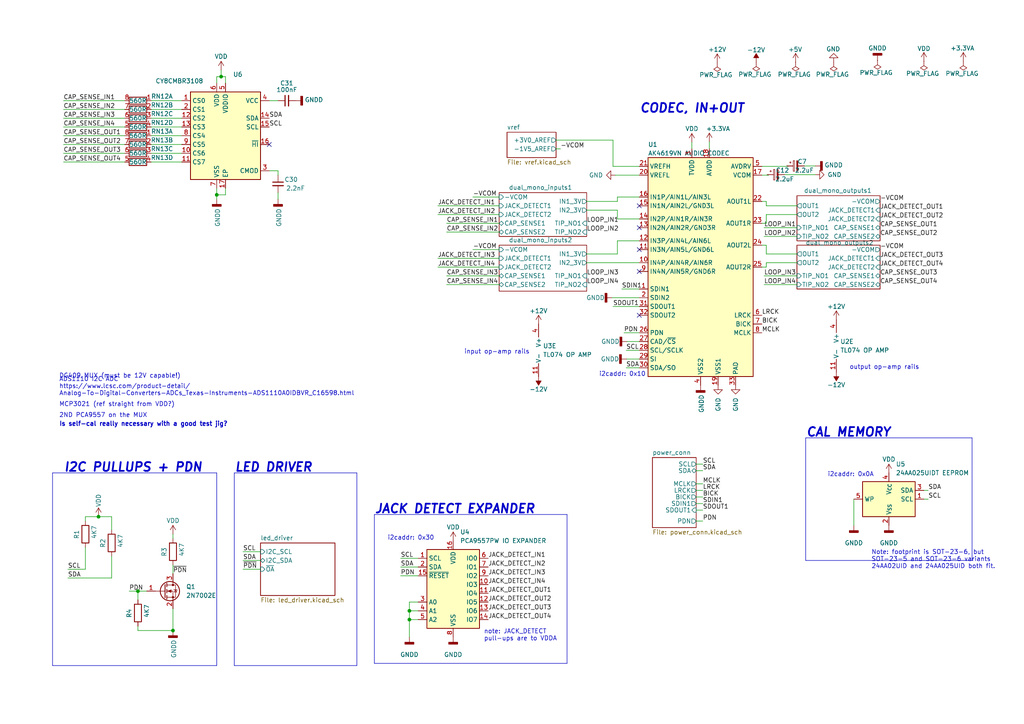
<source format=kicad_sch>
(kicad_sch (version 20230121) (generator eeschema)
  (paper "A4")
  (lib_symbols
    (symbol "Amplifier_Operational:TL074" (pin_names (offset 0.127))
      (property "Reference" "U" (at 0 5.08 0))
      (property "Value" "TL074" (at 0 -5.08 0))
      (symbol "TL074_1_1"
        (polyline (pts (xy -5.08 5.08) (xy 5.08 0) (xy -5.08 -5.08) (xy -5.08 5.08)) (stroke (width 0.254)) (fill (type background)))
        (pin output line (at 7.62 0 180) (length 2.54) (name "~") (number "1"))
        (pin input line (at -7.62 -2.54 0) (length 2.54) (name "-") (number "2"))
        (pin input line (at -7.62 2.54 0) (length 2.54) (name "+") (number "3"))
      )
      (symbol "TL074_2_1"
        (polyline (pts (xy -5.08 5.08) (xy 5.08 0) (xy -5.08 -5.08) (xy -5.08 5.08)) (stroke (width 0.254)) (fill (type background)))
        (pin input line (at -7.62 2.54 0) (length 2.54) (name "+") (number "5"))
        (pin input line (at -7.62 -2.54 0) (length 2.54) (name "-") (number "6"))
        (pin output line (at 7.62 0 180) (length 2.54) (name "~") (number "7"))
      )
      (symbol "TL074_3_1"
        (polyline (pts (xy -5.08 5.08) (xy 5.08 0) (xy -5.08 -5.08) (xy -5.08 5.08)) (stroke (width 0.254)) (fill (type background)))
        (pin input line (at -7.62 2.54 0) (length 2.54) (name "+") (number "10"))
        (pin output line (at 7.62 0 180) (length 2.54) (name "~") (number "8"))
        (pin input line (at -7.62 -2.54 0) (length 2.54) (name "-") (number "9"))
      )
      (symbol "TL074_4_1"
        (polyline (pts (xy -5.08 5.08) (xy 5.08 0) (xy -5.08 -5.08) (xy -5.08 5.08)) (stroke (width 0.254)) (fill (type background)))
        (pin input line (at -7.62 2.54 0) (length 2.54) (name "+") (number "12"))
        (pin input line (at -7.62 -2.54 0) (length 2.54) (name "-") (number "13"))
        (pin output line (at 7.62 0 180) (length 2.54) (name "~") (number "14"))
      )
      (symbol "TL074_5_1"
        (pin power_in line (at -2.54 -7.62 90) (length 3.81) (name "V-") (number "11"))
        (pin power_in line (at -2.54 7.62 270) (length 3.81) (name "V+") (number "4"))
      )
    )
    (symbol "Device:C_Polarized_Small" (pin_numbers hide) (pin_names (offset 0.254) hide)
      (property "Reference" "C" (at 0.254 1.778 0))
      (property "Value" "C_Polarized_Small" (at 0.254 -2.032 0))
      (symbol "C_Polarized_Small_0_1"
        (rectangle (start -1.524 -0.3048) (end 1.524 -0.6858) (fill (type outline)))
        (rectangle (start -1.524 0.6858) (end 1.524 0.3048))
        (polyline (pts (xy -1.27 1.524) (xy -0.762 1.524)))
        (polyline (pts (xy -1.016 1.27) (xy -1.016 1.778)))
      )
      (symbol "C_Polarized_Small_1_1"
        (pin passive line (at 0 2.54 270) (length 1.8542) (name "~") (number "1"))
        (pin passive line (at 0 -2.54 90) (length 1.8542) (name "~") (number "2"))
      )
    )
    (symbol "Device:C_Small" (pin_numbers hide) (pin_names (offset 0.254) hide)
      (property "Reference" "C" (at 0.254 1.778 0))
      (property "Value" "C_Small" (at 0.254 -2.032 0))
      (symbol "C_Small_0_1"
        (polyline (pts (xy -1.524 -0.508) (xy 1.524 -0.508)) (stroke (width 0.3302)))
        (polyline (pts (xy -1.524 0.508) (xy 1.524 0.508)) (stroke (width 0.3048)))
      )
      (symbol "C_Small_1_1"
        (pin passive line (at 0 2.54 270) (length 2.032) (name "~") (number "1"))
        (pin passive line (at 0 -2.54 90) (length 2.032) (name "~") (number "2"))
      )
    )
    (symbol "Device:R" (pin_numbers hide) (pin_names (offset 0))
      (property "Reference" "R" (at 2.032 0 90))
      (property "Value" "R" (at 0 0 90))
      (symbol "R_0_1"
        (rectangle (start -1.016 -2.54) (end 1.016 2.54) (stroke (width 0.254)))
      )
      (symbol "R_1_1"
        (pin passive line (at 0 3.81 270) (length 1.27) (name "~") (number "1"))
        (pin passive line (at 0 -3.81 90) (length 1.27) (name "~") (number "2"))
      )
    )
    (symbol "Device:R_Pack04_Split" (pin_names (offset 0) hide)
      (property "Reference" "RN" (at 2.032 0 90))
      (property "Value" "R_Pack04_Split" (at 0 0 90))
      (symbol "R_Pack04_Split_0_1"
        (rectangle (start 1.016 2.54) (end -1.016 -2.54) (stroke (width 0.254)))
      )
      (symbol "R_Pack04_Split_1_1"
        (pin passive line (at 0 -3.81 90) (length 1.27) (name "R1.1") (number "1"))
        (pin passive line (at 0 3.81 270) (length 1.27) (name "R1.2") (number "8"))
      )
      (symbol "R_Pack04_Split_2_1"
        (pin passive line (at 0 -3.81 90) (length 1.27) (name "R2.1") (number "2"))
        (pin passive line (at 0 3.81 270) (length 1.27) (name "R2.2") (number "7"))
      )
      (symbol "R_Pack04_Split_3_1"
        (pin passive line (at 0 -3.81 90) (length 1.27) (name "R3.1") (number "3"))
        (pin passive line (at 0 3.81 270) (length 1.27) (name "R3.2") (number "6"))
      )
      (symbol "R_Pack04_Split_4_1"
        (pin passive line (at 0 -3.81 90) (length 1.27) (name "R4.1") (number "4"))
        (pin passive line (at 0 3.81 270) (length 1.27) (name "R4.2") (number "5"))
      )
    )
    (symbol "Interface_Expansion:PCA9557PW"
      (property "Reference" "U" (at -7.62 11.43 0))
      (property "Value" "PCA9557PW" (at 2.54 11.43 0))
      (symbol "PCA9557PW_0_1"
        (rectangle (start -7.62 -12.7) (end 7.62 10.16) (stroke (width 0.254)) (fill (type background)))
      )
      (symbol "PCA9557PW_1_1"
        (pin input line (at -10.16 7.62 0) (length 2.54) (name "SCL") (number "1"))
        (pin bidirectional line (at 10.16 0 180) (length 2.54) (name "IO3") (number "10"))
        (pin bidirectional line (at 10.16 -2.54 180) (length 2.54) (name "IO4") (number "11"))
        (pin bidirectional line (at 10.16 -5.08 180) (length 2.54) (name "IO5") (number "12"))
        (pin bidirectional line (at 10.16 -7.62 180) (length 2.54) (name "IO6") (number "13"))
        (pin bidirectional line (at 10.16 -10.16 180) (length 2.54) (name "IO7") (number "14"))
        (pin input line (at -10.16 2.54 0) (length 2.54) (name "~{RESET}") (number "15"))
        (pin power_in line (at 0 12.7 270) (length 2.54) (name "VDD") (number "16"))
        (pin bidirectional line (at -10.16 5.08 0) (length 2.54) (name "SDA") (number "2"))
        (pin input line (at -10.16 -5.08 0) (length 2.54) (name "A0") (number "3"))
        (pin input line (at -10.16 -7.62 0) (length 2.54) (name "A1") (number "4"))
        (pin input line (at -10.16 -10.16 0) (length 2.54) (name "A2") (number "5"))
        (pin bidirectional line (at 10.16 7.62 180) (length 2.54) (name "IO0") (number "6"))
        (pin bidirectional line (at 10.16 5.08 180) (length 2.54) (name "IO1") (number "7"))
        (pin power_in line (at 0 -15.24 90) (length 2.54) (name "VSS") (number "8"))
        (pin bidirectional line (at 10.16 2.54 180) (length 2.54) (name "IO2") (number "9"))
      )
    )
    (symbol "Memory_EEPROM:24AA02-OT"
      (property "Reference" "U" (at -7.62 6.35 0))
      (property "Value" "24AA02-OT" (at 2.54 -6.35 0))
      (symbol "24AA02-OT_1_1"
        (rectangle (start -7.62 5.08) (end 7.62 -5.08) (stroke (width 0.254)) (fill (type background)))
        (pin input line (at 10.16 0 180) (length 2.54) (name "SCL") (number "1"))
        (pin power_in line (at 0 -7.62 90) (length 2.54) (name "V_{SS}") (number "2"))
        (pin bidirectional line (at 10.16 2.54 180) (length 2.54) (name "SDA") (number "3"))
        (pin power_in line (at 0 7.62 270) (length 2.54) (name "V_{CC}") (number "4"))
        (pin input line (at -10.16 0 0) (length 2.54) (name "WP") (number "5"))
      )
    )
    (symbol "Sensor_Touch:CY8CMBR3108"
      (property "Reference" "U" (at -10.16 13.97 0))
      (property "Value" "CY8CMBR3108" (at 1.27 13.97 0))
      (symbol "CY8CMBR3108_0_1"
        (rectangle (start -10.16 12.7) (end 10.16 -12.7) (stroke (width 0.254)) (fill (type background)))
      )
      (symbol "CY8CMBR3108_1_1"
        (pin passive line (at -12.7 10.16 0) (length 2.54) (name "CS0") (number "1"))
        (pin passive line (at -12.7 -5.08 0) (length 2.54) (name "CS6") (number "10"))
        (pin passive line (at -12.7 -7.62 0) (length 2.54) (name "CS7") (number "11"))
        (pin passive line (at -12.7 5.08 0) (length 2.54) (name "CS2") (number "12"))
        (pin passive line (at -12.7 2.54 0) (length 2.54) (name "CS3") (number "13"))
        (pin bidirectional line (at 12.7 5.08 180) (length 2.54) (name "SDA") (number "14"))
        (pin input line (at 12.7 2.54 180) (length 2.54) (name "SCL") (number "15"))
        (pin bidirectional line (at 12.7 -2.54 180) (length 2.54) (name "~{HI}") (number "16"))
        (pin passive line (at 0 -15.24 90) (length 2.54) (name "EP") (number "17"))
        (pin passive line (at -12.7 7.62 0) (length 2.54) (name "CS1") (number "2"))
        (pin passive line (at 12.7 -10.16 180) (length 2.54) (name "CMOD") (number "3"))
        (pin passive line (at 12.7 10.16 180) (length 2.54) (name "VCC") (number "4"))
        (pin power_in line (at 0 15.24 270) (length 2.54) (name "VDDIO") (number "5"))
        (pin power_in line (at -2.54 15.24 270) (length 2.54) (name "VDD") (number "6"))
        (pin power_in line (at -2.54 -15.24 90) (length 2.54) (name "VSS") (number "7"))
        (pin passive line (at -12.7 0 0) (length 2.54) (name "CS4") (number "8"))
        (pin passive line (at -12.7 -2.54 0) (length 2.54) (name "CS5") (number "9"))
      )
    )
    (symbol "Transistor_FET:2N7002E" (pin_names hide)
      (property "Reference" "Q" (at 5.08 1.905 0))
      (property "Value" "2N7002E" (at 5.08 0 0))
      (symbol "2N7002E_0_1"
        (polyline (pts (xy 0.254 0) (xy -2.54 0)))
        (polyline (pts (xy 0.254 1.905) (xy 0.254 -1.905)) (stroke (width 0.254)))
        (polyline (pts (xy 0.762 -1.27) (xy 0.762 -2.286)) (stroke (width 0.254)))
        (polyline (pts (xy 0.762 0.508) (xy 0.762 -0.508)) (stroke (width 0.254)))
        (polyline (pts (xy 0.762 2.286) (xy 0.762 1.27)) (stroke (width 0.254)))
        (polyline (pts (xy 2.54 2.54) (xy 2.54 1.778)))
        (polyline (pts (xy 2.54 -2.54) (xy 2.54 0) (xy 0.762 0)))
        (polyline (pts (xy 0.762 -1.778) (xy 3.302 -1.778) (xy 3.302 1.778) (xy 0.762 1.778)))
        (polyline (pts (xy 1.016 0) (xy 2.032 0.381) (xy 2.032 -0.381) (xy 1.016 0)) (fill (type outline)))
        (polyline (pts (xy 2.794 0.508) (xy 2.921 0.381) (xy 3.683 0.381) (xy 3.81 0.254)))
        (polyline (pts (xy 3.302 0.381) (xy 2.921 -0.254) (xy 3.683 -0.254) (xy 3.302 0.381)))
        (circle (center 1.651 0) (radius 2.794) (stroke (width 0.254)))
        (circle (center 2.54 -1.778) (radius 0.254) (fill (type outline)))
        (circle (center 2.54 1.778) (radius 0.254) (fill (type outline)))
      )
      (symbol "2N7002E_1_1"
        (pin input line (at -5.08 0 0) (length 2.54) (name "G") (number "1"))
        (pin passive line (at 2.54 -5.08 90) (length 2.54) (name "S") (number "2"))
        (pin passive line (at 2.54 5.08 270) (length 2.54) (name "D") (number "3"))
      )
    )
    (symbol "ak_codec_ics:AK4619VN"
      (property "Reference" "U?" (at -13.97 41.91 0))
      (property "Value" "AK4619VN" (at -10.16 39.37 0))
      (symbol "AK4619VN_0_1"
        (rectangle (start -15.24 38.1) (end 15.24 -25.4) (stroke (width 0.254)) (fill (type background)))
      )
      (symbol "AK4619VN_1_1"
        (pin input line (at -17.78 0 0) (length 2.54) (name "SDIN1") (number "1"))
        (pin input line (at -17.78 7.62 0) (length 2.54) (name "IN4P/AIN4R/AIN6R") (number "10"))
        (pin input line (at -17.78 11.43 0) (length 2.54) (name "IN3N/AIN5L/GND6L") (number "11"))
        (pin input line (at -17.78 13.97 0) (length 2.54) (name "IN3P/AIN4L/AIN6L") (number "12"))
        (pin input line (at -17.78 17.78 0) (length 2.54) (name "IN2N/AIN2R/GND3R") (number "13"))
        (pin input line (at -17.78 20.32 0) (length 2.54) (name "IN2P/AIN1R/AIN3R") (number "14"))
        (pin input line (at -17.78 24.13 0) (length 2.54) (name "IN1N/AIN2L/GND3L") (number "15"))
        (pin input line (at -17.78 26.67 0) (length 2.54) (name "IN1P/AIN1L/AIN3L") (number "16"))
        (pin power_out line (at 17.78 33.02 180) (length 2.54) (name "VCOM") (number "17"))
        (pin power_in line (at 2.54 40.64 270) (length 2.54) (name "AVDD") (number "18"))
        (pin power_in line (at 5.08 -27.94 90) (length 2.54) (name "VSS1") (number "19"))
        (pin input line (at -17.78 -2.54 0) (length 2.54) (name "SDIN2") (number "2"))
        (pin input line (at -17.78 33.02 0) (length 2.54) (name "VREFL") (number "20"))
        (pin input line (at -17.78 35.56 0) (length 2.54) (name "VREFH") (number "21"))
        (pin output line (at 17.78 25.4 180) (length 2.54) (name "AOUT1L") (number "22"))
        (pin output line (at 17.78 19.05 180) (length 2.54) (name "AOUT1R") (number "23"))
        (pin output line (at 17.78 12.7 180) (length 2.54) (name "AOUT2L") (number "24"))
        (pin output line (at 17.78 6.35 180) (length 2.54) (name "AOUT2R") (number "25"))
        (pin input line (at -17.78 -12.7 0) (length 2.54) (name "PDN") (number "26"))
        (pin input line (at -17.78 -15.24 0) (length 2.54) (name "CAD/~{CS}") (number "27"))
        (pin input line (at -17.78 -17.78 0) (length 2.54) (name "SCL/SCLK") (number "28"))
        (pin input line (at -17.78 -20.32 0) (length 2.54) (name "SI") (number "29"))
        (pin power_in line (at -2.54 40.64 270) (length 2.54) (name "TVDD") (number "3"))
        (pin bidirectional line (at -17.78 -22.86 0) (length 2.54) (name "SDA/SO") (number "30"))
        (pin output line (at -17.78 -5.08 0) (length 2.54) (name "SDOUT1") (number "31"))
        (pin output line (at -17.78 -7.62 0) (length 2.54) (name "SDOUT2") (number "32"))
        (pin passive line (at 10.16 -27.94 90) (length 2.54) (name "PAD") (number "33"))
        (pin power_in line (at 0 -27.94 90) (length 2.54) (name "VSS2") (number "4"))
        (pin power_out line (at 17.78 35.56 180) (length 2.54) (name "AVDRV") (number "5"))
        (pin input line (at 17.78 -7.62 180) (length 2.54) (name "LRCK") (number "6"))
        (pin input line (at 17.78 -10.16 180) (length 2.54) (name "BICK") (number "7"))
        (pin input line (at 17.78 -12.7 180) (length 2.54) (name "MCLK") (number "8"))
        (pin input line (at -17.78 5.08 0) (length 2.54) (name "IN4N/AIN5R/GND6R") (number "9"))
      )
    )
    (symbol "power:+12V" (power) (pin_names (offset 0))
      (property "Value" "+12V" (at 0 3.556 0))
      (symbol "+12V_0_1"
        (polyline (pts (xy -0.762 1.27) (xy 0 2.54)))
        (polyline (pts (xy 0 0) (xy 0 2.54)))
        (polyline (pts (xy 0 2.54) (xy 0.762 1.27)))
      )
      (symbol "+12V_1_1"
        (pin power_in line (at 0 0 90) (length 0) hide (name "+12V") (number "1"))
      )
    )
    (symbol "power:+3.3VA" (power) (pin_names (offset 0))
      (property "Value" "+3.3VA" (at 0 3.556 0))
      (symbol "+3.3VA_0_1"
        (polyline (pts (xy -0.762 1.27) (xy 0 2.54)))
        (polyline (pts (xy 0 0) (xy 0 2.54)))
        (polyline (pts (xy 0 2.54) (xy 0.762 1.27)))
      )
      (symbol "+3.3VA_1_1"
        (pin power_in line (at 0 0 90) (length 0) hide (name "+3.3VA") (number "1"))
      )
    )
    (symbol "power:+5V" (power) (pin_names (offset 0))
      (property "Value" "+5V" (at 0 3.556 0))
      (symbol "+5V_0_1"
        (polyline (pts (xy -0.762 1.27) (xy 0 2.54)))
        (polyline (pts (xy 0 0) (xy 0 2.54)))
        (polyline (pts (xy 0 2.54) (xy 0.762 1.27)))
      )
      (symbol "+5V_1_1"
        (pin power_in line (at 0 0 90) (length 0) hide (name "+5V") (number "1"))
      )
    )
    (symbol "power:-12V" (power) (pin_names (offset 0))
      (property "Value" "-12V" (at 0 3.81 0))
      (symbol "-12V_0_0"
        (pin power_in line (at 0 0 90) (length 0) hide (name "-12V") (number "1"))
      )
      (symbol "-12V_0_1"
        (polyline (pts (xy 0 0) (xy 0 1.27) (xy 0.762 1.27) (xy 0 2.54) (xy -0.762 1.27) (xy 0 1.27)) (fill (type outline)))
      )
    )
    (symbol "power:GND" (power) (pin_names (offset 0))
      (property "Value" "GND" (at 0 -3.81 0))
      (symbol "GND_0_1"
        (polyline (pts (xy 0 0) (xy 0 -1.27) (xy 1.27 -1.27) (xy 0 -2.54) (xy -1.27 -1.27) (xy 0 -1.27)))
      )
      (symbol "GND_1_1"
        (pin power_in line (at 0 0 270) (length 0) hide (name "GND") (number "1"))
      )
    )
    (symbol "power:GNDD" (power) (pin_names (offset 0))
      (property "Value" "GNDD" (at 0 -3.175 0))
      (symbol "GNDD_0_1"
        (rectangle (start -1.27 -1.524) (end 1.27 -2.032) (stroke (width 0.254)) (fill (type outline)))
        (polyline (pts (xy 0 0) (xy 0 -1.524)))
      )
      (symbol "GNDD_1_1"
        (pin power_in line (at 0 0 270) (length 0) hide (name "GNDD") (number "1"))
      )
    )
    (symbol "power:PWR_FLAG" (power) (pin_numbers hide) (pin_names (offset 0) hide)
      (property "Value" "PWR_FLAG" (at 0 3.81 0))
      (symbol "PWR_FLAG_0_0"
        (pin power_out line (at 0 0 90) (length 0) (name "pwr") (number "1"))
      )
      (symbol "PWR_FLAG_0_1"
        (polyline (pts (xy 0 0) (xy 0 1.27) (xy -1.016 1.905) (xy 0 2.54) (xy 1.016 1.905) (xy 0 1.27)))
      )
    )
    (symbol "power:VDD" (power) (pin_names (offset 0))
      (property "Value" "VDD" (at 0 3.81 0))
      (symbol "VDD_0_1"
        (polyline (pts (xy -0.762 1.27) (xy 0 2.54)))
        (polyline (pts (xy 0 0) (xy 0 2.54)))
        (polyline (pts (xy 0 2.54) (xy 0.762 1.27)))
      )
      (symbol "VDD_1_1"
        (pin power_in line (at 0 0 90) (length 0) hide (name "VDD") (number "1"))
      )
    )
  )
  (junction (at 50.165 182.88))
  (junction (at 118.745 179.705))
  (junction (at 64.135 22.225))
  (junction (at 118.745 177.165))
  (junction (at 40.005 171.45))
  (junction (at 28.575 149.86))
  (junction (at 62.865 56.515))
  (no_connect (at 185.42 72.39))
  (no_connect (at 185.42 78.74))
  (no_connect (at 185.42 59.69))
  (no_connect (at 185.42 66.04))
  (no_connect (at 185.42 91.44))
  (no_connect (at 78.105 41.91))
  (wire (pts (xy 24.765 151.13) (xy 24.765 149.86)))
  (wire (pts (xy 43.815 44.45) (xy 52.705 44.45)))
  (polyline (pts (xy 233.68 127) (xy 233.68 162.56)))
  (wire (pts (xy 62.865 24.13) (xy 62.865 22.225)))
  (wire (pts (xy 181.737 104.14) (xy 185.42 104.14)))
  (polyline (pts (xy 164.465 149.225) (xy 164.465 192.405)))
  (wire (pts (xy 179.07 57.15) (xy 185.42 57.15)))
  (wire (pts (xy 40.005 181.61) (xy 40.005 182.88)))
  (wire (pts (xy 170.18 73.66) (xy 179.07 73.66)))
  (wire (pts (xy 137.16 72.39) (xy 144.78 72.39)))
  (wire (pts (xy 118.745 179.705) (xy 121.285 179.705)))
  (wire (pts (xy 40.005 182.88) (xy 50.165 182.88)))
  (wire (pts (xy 170.18 76.2) (xy 185.42 76.2)))
  (wire (pts (xy 137.16 57.15) (xy 144.78 57.15)))
  (polyline (pts (xy 108.585 149.225) (xy 164.465 149.225)))
  (wire (pts (xy 32.385 149.86) (xy 28.575 149.86)))
  (wire (pts (xy 32.385 153.67) (xy 32.385 149.86)))
  (wire (pts (xy 80.645 55.88) (xy 80.645 57.785)))
  (wire (pts (xy 201.93 146.05) (xy 203.835 146.05)))
  (wire (pts (xy 118.745 177.165) (xy 118.745 174.625)))
  (polyline (pts (xy 108.585 149.225) (xy 108.585 192.405)))
  (wire (pts (xy 127 74.93) (xy 144.78 74.93)))
  (wire (pts (xy 220.98 77.47) (xy 222.25 77.47)))
  (wire (pts (xy 43.815 34.29) (xy 52.705 34.29)))
  (polyline (pts (xy 15.24 137.16) (xy 62.865 137.16)))
  (polyline (pts (xy 67.945 193.04) (xy 103.505 193.04)))
  (wire (pts (xy 116.205 161.925) (xy 121.285 161.925)))
  (wire (pts (xy 50.165 154.94) (xy 50.165 156.21)))
  (wire (pts (xy 62.865 54.61) (xy 62.865 56.515)))
  (wire (pts (xy 40.005 171.45) (xy 40.005 173.99)))
  (polyline (pts (xy 67.945 137.16) (xy 103.505 137.16)))
  (wire (pts (xy 43.815 39.37) (xy 52.705 39.37)))
  (wire (pts (xy 50.165 163.83) (xy 50.165 166.37)))
  (polyline (pts (xy 15.24 137.16) (xy 15.24 193.04)))
  (wire (pts (xy 40.005 171.45) (xy 42.545 171.45)))
  (polyline (pts (xy 67.945 137.16) (xy 67.945 193.04)))
  (wire (pts (xy 222.25 64.77) (xy 222.25 62.23)))
  (wire (pts (xy 18.415 41.91) (xy 36.195 41.91)))
  (polyline (pts (xy 62.865 137.16) (xy 62.865 193.04)))
  (wire (pts (xy 267.97 142.24) (xy 269.24 142.24)))
  (wire (pts (xy 43.815 36.83) (xy 52.705 36.83)))
  (wire (pts (xy 220.98 58.42) (xy 222.25 58.42)))
  (wire (pts (xy 200.66 41.275) (xy 200.66 43.18)))
  (wire (pts (xy 177.546 86.36) (xy 185.42 86.36)))
  (wire (pts (xy 43.815 31.75) (xy 52.705 31.75)))
  (wire (pts (xy 118.745 184.785) (xy 118.745 179.705)))
  (wire (pts (xy 129.54 64.77) (xy 144.78 64.77)))
  (wire (pts (xy 64.135 22.225) (xy 64.135 20.32)))
  (wire (pts (xy 201.93 142.24) (xy 203.835 142.24)))
  (wire (pts (xy 127 77.47) (xy 144.78 77.47)))
  (wire (pts (xy 222.25 58.42) (xy 222.25 59.69)))
  (wire (pts (xy 43.815 46.99) (xy 52.705 46.99)))
  (wire (pts (xy 18.415 44.45) (xy 36.195 44.45)))
  (wire (pts (xy 180.34 83.82) (xy 185.42 83.82)))
  (wire (pts (xy 43.815 41.91) (xy 52.705 41.91)))
  (wire (pts (xy 220.98 64.77) (xy 222.25 64.77)))
  (wire (pts (xy 247.65 144.78) (xy 247.65 152.4)))
  (wire (pts (xy 222.25 71.12) (xy 222.25 73.66)))
  (wire (pts (xy 24.765 149.86) (xy 28.575 149.86)))
  (polyline (pts (xy 62.865 193.04) (xy 15.24 193.04)))
  (wire (pts (xy 32.385 161.29) (xy 32.385 167.64)))
  (wire (pts (xy 50.165 176.53) (xy 50.165 182.88)))
  (wire (pts (xy 127 59.69) (xy 144.78 59.69)))
  (wire (pts (xy 179.07 58.42) (xy 179.07 57.15)))
  (wire (pts (xy 222.25 62.23) (xy 231.14 62.23)))
  (wire (pts (xy 116.205 167.005) (xy 121.285 167.005)))
  (wire (pts (xy 228.6 48.26) (xy 228.219 48.133)))
  (wire (pts (xy 201.93 140.335) (xy 203.835 140.335)))
  (wire (pts (xy 181.61 101.6) (xy 185.42 101.6)))
  (wire (pts (xy 201.93 147.955) (xy 203.835 147.955)))
  (polyline (pts (xy 103.505 193.04) (xy 103.505 137.16)))
  (wire (pts (xy 201.93 144.145) (xy 203.835 144.145)))
  (wire (pts (xy 222.885 50.8) (xy 222.504 50.673)))
  (wire (pts (xy 118.745 177.165) (xy 121.285 177.165)))
  (wire (pts (xy 179.07 69.85) (xy 185.42 69.85)))
  (wire (pts (xy 170.18 58.42) (xy 179.07 58.42)))
  (wire (pts (xy 65.405 54.61) (xy 65.405 56.515)))
  (wire (pts (xy 37.465 171.45) (xy 40.005 171.45)))
  (polyline (pts (xy 164.465 192.405) (xy 108.585 192.405)))
  (polyline (pts (xy 233.68 162.56) (xy 281.94 162.56)))
  (wire (pts (xy 18.415 29.21) (xy 36.195 29.21)))
  (wire (pts (xy 43.815 29.21) (xy 52.705 29.21)))
  (wire (pts (xy 70.485 160.02) (xy 75.565 160.02)))
  (wire (pts (xy 65.405 22.225) (xy 65.405 24.13)))
  (wire (pts (xy 181.864 99.06) (xy 185.42 99.06)))
  (wire (pts (xy 129.54 82.55) (xy 144.78 82.55)))
  (wire (pts (xy 70.485 162.56) (xy 75.565 162.56)))
  (wire (pts (xy 181.61 106.68) (xy 185.42 106.68)))
  (wire (pts (xy 227.584 50.673) (xy 236.474 50.673)))
  (wire (pts (xy 185.42 48.26) (xy 177.8 48.26)))
  (wire (pts (xy 180.975 96.52) (xy 185.42 96.52)))
  (wire (pts (xy 179.07 63.5) (xy 185.42 63.5)))
  (wire (pts (xy 222.25 59.69) (xy 231.14 59.69)))
  (wire (pts (xy 18.415 39.37) (xy 36.195 39.37)))
  (wire (pts (xy 24.765 158.75) (xy 24.765 165.1)))
  (wire (pts (xy 220.98 50.8) (xy 222.885 50.8)))
  (wire (pts (xy 70.485 165.1) (xy 75.565 165.1)))
  (wire (pts (xy 233.299 48.133) (xy 236.474 48.133)))
  (wire (pts (xy 177.8 88.9) (xy 185.42 88.9)))
  (wire (pts (xy 19.685 167.64) (xy 32.385 167.64)))
  (wire (pts (xy 80.645 50.8) (xy 80.645 49.53)))
  (wire (pts (xy 78.105 29.21) (xy 80.645 29.21)))
  (wire (pts (xy 19.685 165.1) (xy 24.765 165.1)))
  (wire (pts (xy 267.97 144.78) (xy 269.24 144.78)))
  (wire (pts (xy 205.74 41.148) (xy 205.74 43.18)))
  (wire (pts (xy 220.98 48.26) (xy 228.6 48.26)))
  (wire (pts (xy 127 62.23) (xy 144.78 62.23)))
  (wire (pts (xy 18.415 36.83) (xy 36.195 36.83)))
  (wire (pts (xy 18.415 31.75) (xy 36.195 31.75)))
  (wire (pts (xy 179.07 73.66) (xy 179.07 69.85)))
  (wire (pts (xy 64.135 22.225) (xy 65.405 22.225)))
  (wire (pts (xy 201.93 151.13) (xy 203.835 151.13)))
  (wire (pts (xy 177.8 40.64) (xy 161.29 40.64)))
  (wire (pts (xy 129.54 80.01) (xy 144.78 80.01)))
  (wire (pts (xy 221.615 66.04) (xy 231.14 66.04)))
  (wire (pts (xy 116.205 164.465) (xy 121.285 164.465)))
  (wire (pts (xy 118.745 179.705) (xy 118.745 177.165)))
  (wire (pts (xy 18.415 34.29) (xy 36.195 34.29)))
  (wire (pts (xy 161.29 43.18) (xy 162.56 43.18)))
  (wire (pts (xy 221.615 68.58) (xy 231.14 68.58)))
  (wire (pts (xy 221.615 80.01) (xy 231.14 80.01)))
  (wire (pts (xy 18.415 46.99) (xy 36.195 46.99)))
  (polyline (pts (xy 233.68 127) (xy 281.94 127)))
  (wire (pts (xy 201.93 136.525) (xy 203.835 136.525)))
  (wire (pts (xy 201.93 134.62) (xy 203.835 134.62)))
  (wire (pts (xy 118.745 174.625) (xy 121.285 174.625)))
  (wire (pts (xy 179.07 60.96) (xy 179.07 63.5)))
  (wire (pts (xy 178.435 50.8) (xy 185.42 50.8)))
  (wire (pts (xy 129.54 67.31) (xy 144.78 67.31)))
  (wire (pts (xy 62.865 56.515) (xy 62.865 57.785)))
  (wire (pts (xy 220.98 71.12) (xy 222.25 71.12)))
  (wire (pts (xy 62.865 22.225) (xy 64.135 22.225)))
  (wire (pts (xy 222.25 77.47) (xy 222.25 76.2)))
  (wire (pts (xy 65.405 56.515) (xy 62.865 56.515)))
  (polyline (pts (xy 281.94 162.56) (xy 281.94 127)))
  (wire (pts (xy 221.615 82.55) (xy 231.14 82.55)))
  (wire (pts (xy 170.18 60.96) (xy 179.07 60.96)))
  (wire (pts (xy 80.645 49.53) (xy 78.105 49.53)))
  (wire (pts (xy 222.25 73.66) (xy 231.14 73.66)))
  (wire (pts (xy 222.25 76.2) (xy 231.14 76.2)))
  (wire (pts (xy 177.8 48.26) (xy 177.8 40.64)))
  (text "CAL MEMORY" (at 233.68 127 0) (effects (font (size 2.54 2.54) (thickness 0.508) bold italic) (justify left bottom)))
  (text "2ND PCA9557 on the MUX" (at 17.145 121.285 0) (effects (font (size 1.27 1.27)) (justify left bottom)))
  (text "Note: footprint is SOT-23-6, but\nSOT-23-5 and SOT-23-6 variants\n24AA02UID and 24AA025UID both fit." (at 252.73 165.1 0) (effects (font (size 1.27 1.27)) (justify left bottom)))
  (text "i2caddr: 0x10" (at 173.736 109.347 0) (effects (font (size 1.27 1.27)) (justify left bottom)))
  (text "I2C PULLUPS + PDN" (at 18.415 137.16 0) (effects (font (size 2.54 2.54) (thickness 0.508) bold italic) (justify left bottom)))
  (text "ADS1110 I2C ADC\nhttps://www.lcsc.com/product-detail/\nAnalog-To-Digital-Converters-ADCs_Texas-Instruments-ADS1110A0IDBVR_C16598.html" (at 17.145 114.935 0) (effects (font (size 1.27 1.27)) (justify left bottom)))
  (text "i2caddr: 0x30" (at 112.395 156.845 0) (effects (font (size 1.27 1.27)) (justify left bottom)))
  (text "input op-amp rails" (at 134.62 102.87 0) (effects (font (size 1.27 1.27)) (justify left bottom)))
  (text "note: JACK_DETECT\npull-ups are to VDDA" (at 140.335 186.055 0) (effects (font (size 1.27 1.27)) (justify left bottom)))
  (text "JACK DETECT EXPANDER" (at 108.585 149.225 0) (effects (font (size 2.54 2.54) (thickness 0.508) bold italic) (justify left bottom)))
  (text "LED DRIVER" (at 67.945 137.16 0) (effects (font (size 2.54 2.54) (thickness 0.508) bold italic) (justify left bottom)))
  (text "output op-amp rails" (at 246.38 107.315 0) (effects (font (size 1.27 1.27)) (justify left bottom)))
  (text "CODEC, IN+OUT" (at 185.42 33.02 0) (effects (font (size 2.54 2.54) (thickness 0.508) bold italic) (justify left bottom)))
  (text "MCP3021 (ref straight from VDD?)" (at 17.145 118.11 0) (effects (font (size 1.27 1.27)) (justify left bottom)))
  (text "Is self-cal really necessary with a good test jig?" (at 17.145 123.825 0) (effects (font (size 1.27 1.27) (thickness 0.254) bold) (justify left bottom)))
  (text "DG409 MUX (must be 12V capable!)" (at 17.145 109.855 0) (effects (font (size 1.27 1.27)) (justify left bottom)))
  (text "i2caddr: 0x0A" (at 240.03 138.43 0) (effects (font (size 1.27 1.27)) (justify left bottom)))
  (label "JACK_DETECT_OUT1" (at 141.605 172.085 0))
  (label "-VCOM" (at 137.16 57.15 0))
  (label "~{PDN}" (at 50.165 166.37 0))
  (label "LOOP_IN1" (at 221.615 66.04 0))
  (label "PDN" (at 203.835 151.13 0))
  (label "SDA" (at 116.205 164.465 0))
  (label "SCL" (at 78.105 36.83 0))
  (label "BICK" (at 220.98 93.98 0))
  (label "LOOP_IN3" (at 170.18 80.01 0))
  (label "JACK_DETECT_IN4" (at 141.605 169.545 0))
  (label "-VCOM" (at 162.56 43.18 0))
  (label "JACK_DETECT_OUT1" (at 255.27 60.96 0))
  (label "LOOP_IN3" (at 221.615 80.01 0))
  (label "LOOP_IN4" (at 170.18 82.55 0))
  (label "CAP_SENSE_OUT1" (at 18.415 39.37 0))
  (label "SDOUT1" (at 177.8 88.9 0))
  (label "-VCOM" (at 255.27 72.39 0))
  (label "LRCK" (at 220.98 91.44 0))
  (label "LOOP_IN2" (at 221.615 68.58 0))
  (label "CAP_SENSE_OUT3" (at 255.27 80.01 0))
  (label "SCL" (at 19.685 165.1 0))
  (label "PDN" (at 180.975 96.52 0))
  (label "BICK" (at 203.835 144.145 0))
  (label "MCLK" (at 220.98 96.52 0))
  (label "JACK_DETECT_IN3" (at 127 74.93 0))
  (label "-VCOM" (at 255.27 58.42 0))
  (label "JACK_DETECT_OUT3" (at 255.27 74.93 0))
  (label "SDA" (at 181.61 106.68 0))
  (label "JACK_DETECT_IN4" (at 127 77.47 0))
  (label "SCL" (at 269.24 144.78 0))
  (label "LOOP_IN2" (at 170.18 67.31 0))
  (label "JACK_DETECT_IN1" (at 141.605 161.925 0))
  (label "JACK_DETECT_IN2" (at 127 62.23 0))
  (label "SDOUT1" (at 203.835 147.955 0))
  (label "LOOP_IN4" (at 221.615 82.55 0))
  (label "JACK_DETECT_OUT3" (at 141.605 177.165 0))
  (label "JACK_DETECT_OUT2" (at 141.605 174.625 0))
  (label "CAP_SENSE_OUT2" (at 255.27 68.58 0))
  (label "CAP_SENSE_IN2" (at 129.54 67.31 0))
  (label "SDIN1" (at 180.34 83.82 0))
  (label "CAP_SENSE_OUT1" (at 255.27 66.04 0))
  (label "CAP_SENSE_IN3" (at 129.54 80.01 0))
  (label "-VCOM" (at 137.16 72.39 0))
  (label "SCL" (at 116.205 161.925 0))
  (label "PDN" (at 37.465 171.45 0))
  (label "CAP_SENSE_IN4" (at 129.54 82.55 0))
  (label "CAP_SENSE_IN1" (at 129.54 64.77 0))
  (label "SCL" (at 181.61 101.6 0))
  (label "CAP_SENSE_IN2" (at 18.415 31.75 0))
  (label "SDA" (at 19.685 167.64 0))
  (label "SCL" (at 70.485 160.02 0))
  (label "CAP_SENSE_OUT4" (at 255.27 82.55 0))
  (label "CAP_SENSE_OUT3" (at 18.415 44.45 0))
  (label "CAP_SENSE_IN4" (at 18.415 36.83 0))
  (label "SDA" (at 70.485 162.56 0))
  (label "JACK_DETECT_OUT4" (at 141.605 179.705 0))
  (label "CAP_SENSE_IN3" (at 18.415 34.29 0))
  (label "JACK_DETECT_OUT2" (at 255.27 63.5 0))
  (label "SDIN1" (at 203.835 146.05 0))
  (label "JACK_DETECT_IN2" (at 141.605 164.465 0))
  (label "SDA" (at 269.24 142.24 0))
  (label "CAP_SENSE_OUT2" (at 18.415 41.91 0))
  (label "JACK_DETECT_OUT4" (at 255.27 77.47 0))
  (label "JACK_DETECT_IN3" (at 141.605 167.005 0))
  (label "LOOP_IN1" (at 170.18 64.77 0))
  (label "CAP_SENSE_IN1" (at 18.415 29.21 0))
  (label "PDN" (at 116.205 167.005 0))
  (label "CAP_SENSE_OUT4" (at 18.415 46.99 0))
  (label "SDA" (at 78.105 34.29 0))
  (label "SDA" (at 203.835 136.525 0))
  (label "MCLK" (at 203.835 140.335 0))
  (label "JACK_DETECT_IN1" (at 127 59.69 0))
  (label "~{PDN}" (at 70.485 165.1 0))
  (label "SCL" (at 203.835 134.62 0))
  (label "LRCK" (at 203.835 142.24 0))
  (symbol (lib_id "power:GNDD") (at 254.508 17.526 180) (unit 1)
    (property "Reference" "#PWR01" (effects hide))
    (property "Value" "GNDD" (at 254.508 13.97 0))
  )
  (symbol (lib_id "Device:R_Pack04_Split") (at 40.005 34.29 90) (unit 3)
    (property "Reference" "RN12" (at 46.99 33.02 90))
    (property "Value" "560R" (at 40.005 34.29 90))
    (property "Footprint" "Resistor_SMD:R_Array_Convex_4x0402" (effects hide))
    (property "mfg#" "YC124-JR-07560RL" (effects hide))
    (property "lcsc#" "C695210" (effects hide))
  )
  (symbol (lib_id "Device:C_Polarized_Small") (at 230.759 48.133 90) (mirror x) (unit 1)
    (property "Reference" "C7" (at 232.664 46.863 90))
    (property "Value" "2.2uF" (at 233.299 49.403 90))
    (property "Footprint" "Capacitor_Tantalum_SMD:CP_EIA-3216-10_Kemet-I" (effects hide))
    (property "mfg#" "T491A225K006AT" (effects hide))
    (property "lcsc#" "C2798035" (effects hide))
  )
  (symbol (lib_id "power:PWR_FLAG") (at 241.808 18.034 180) (unit 1)
    (property "Reference" "#FLG06" (effects hide))
    (property "Value" "PWR_FLAG" (at 241.427 21.59 0))
  )
  (symbol (lib_id "power:PWR_FLAG") (at 279.4 17.78 180) (unit 1)
    (property "Reference" "#FLG03" (effects hide))
    (property "Value" "PWR_FLAG" (at 279.019 21.336 0))
  )
  (symbol (lib_id "Device:C_Polarized_Small") (at 225.044 50.673 90) (mirror x) (unit 1)
    (property "Reference" "C12" (at 226.949 49.403 90))
    (property "Value" "2.2uF" (at 227.584 51.943 90))
    (property "Footprint" "Capacitor_Tantalum_SMD:CP_EIA-3216-10_Kemet-I" (effects hide))
    (property "mfg#" "T491A225K006AT" (effects hide))
    (property "lcsc#" "C2798035" (effects hide))
  )
  (symbol (lib_id "power:-12V") (at 156.21 109.22 180) (unit 1)
    (property "Reference" "#PWR043" (effects hide))
    (property "Value" "-12V" (at 153.543 112.903 0) (effects (justify right)))
  )
  (symbol (lib_id "power:PWR_FLAG") (at 254.508 17.526 180) (unit 1)
    (property "Reference" "#FLG01" (effects hide))
    (property "Value" "PWR_FLAG" (at 254.127 21.082 0))
  )
  (symbol (lib_id "power:VDD") (at 200.66 41.275 0) (unit 1)
    (property "Reference" "#PWR017" (effects hide))
    (property "Value" "VDD" (at 200.66 37.338 0))
  )
  (symbol (lib_id "Device:C_Small") (at 83.185 29.21 90) (unit 1)
    (property "Reference" "C31" (at 83.185 24.13 90))
    (property "Value" "100nF" (at 83.185 26.035 90))
    (property "Footprint" "Capacitor_SMD:C_0603_1608Metric" (effects hide))
    (property "Datasheet" "https://datasheet.lcsc.com/lcsc/1912111437_TDK-C1608X7R1E104KT000N_C338036.pdf" (effects hide))
    (property "lcsc#" "C338036" (effects hide))
    (property "mfg#" "C1608X7R1E104KT000N" (effects hide))
  )
  (symbol (lib_id "Interface_Expansion:PCA9557PW") (at 131.445 169.545 0) (unit 1)
    (property "Reference" "U4" (at 133.4644 154.305 0) (effects (justify left)))
    (property "Value" "PCA9557PW IO EXPANDER" (at 133.4644 156.845 0) (effects (justify left)))
    (property "Footprint" "Package_SO:TSSOP-16_4.4x5mm_P0.65mm" (effects hide))
    (property "Datasheet" "https://www.nxp.com/docs/en/data-sheet/PCA9557.pdf" (effects hide))
    (property "lcsc#" "C141380" (effects hide))
    (property "dig#" "568-1061-1-ND" (effects hide))
    (property "mfg#" "PCA9557PW,118" (effects hide))
  )
  (symbol (lib_id "power:+3.3VA") (at 279.4 17.78 0) (unit 1)
    (property "Reference" "#PWR03" (effects hide))
    (property "Value" "+3.3VA" (at 279.146 13.97 0))
  )
  (symbol (lib_id "power:+12V") (at 156.21 93.98 0) (unit 1)
    (property "Reference" "#PWR035" (effects hide))
    (property "Value" "+12V" (at 153.543 90.17 0) (effects (justify left)))
  )
  (symbol (lib_id "Device:R_Pack04_Split") (at 40.005 31.75 90) (unit 2)
    (property "Reference" "RN12" (at 46.99 30.48 90))
    (property "Value" "560R" (at 40.005 31.75 90))
    (property "Footprint" "Resistor_SMD:R_Array_Convex_4x0402" (effects hide))
    (property "mfg#" "YC124-JR-07560RL" (effects hide))
    (property "lcsc#" "C695210" (effects hide))
  )
  (symbol (lib_id "power:GNDD") (at 85.725 29.21 90) (unit 1)
    (property "Reference" "#PWR093" (effects hide))
    (property "Value" "GNDD" (at 91.059 28.956 90))
  )
  (symbol (lib_id "power:GNDD") (at 257.81 152.4 0) (unit 1)
    (property "Reference" "#PWR056" (effects hide))
    (property "Value" "GNDD" (at 257.81 157.48 0))
  )
  (symbol (lib_id "power:VDD") (at 64.135 20.32 0) (unit 1)
    (property "Reference" "#PWR081" (effects hide))
    (property "Value" "VDD" (at 64.135 16.383 0))
  )
  (symbol (lib_id "Amplifier_Operational:TL074") (at 245.11 100.33 0) (unit 5)
    (property "Reference" "U2" (at 243.713 99.0599 0) (effects (justify left)))
    (property "Value" "TL074 OP AMP" (at 243.713 101.5999 0) (effects (justify left)))
    (property "Footprint" "Package_SO:SOIC-14_3.9x8.7mm_P1.27mm" (effects hide))
    (property "Datasheet" "http://www.ti.com/lit/ds/symlink/tl071.pdf" (effects hide))
    (property "dig#" "497-2204-1-ND" (effects hide))
    (property "mfg#" "TL074CDT" (effects hide))
    (property "lcsc#" "C6963" (effects hide))
  )
  (symbol (lib_id "power:VDD") (at 131.445 156.845 0) (unit 1)
    (property "Reference" "#PWR052" (effects hide))
    (property "Value" "VDD" (at 131.445 152.908 0))
  )
  (symbol (lib_id "power:+12V") (at 208.026 18.161 0) (unit 1)
    (property "Reference" "#PWR07" (effects hide))
    (property "Value" "+12V" (at 210.693 14.351 0) (effects (justify right)))
  )
  (symbol (lib_id "power:GNDD") (at 236.474 48.133 90) (unit 1)
    (property "Reference" "#PWR021" (effects hide))
    (property "Value" "GNDD" (at 241.808 47.879 90))
  )
  (symbol (lib_id "power:PWR_FLAG") (at 267.97 17.78 180) (unit 1)
    (property "Reference" "#FLG02" (effects hide))
    (property "Value" "PWR_FLAG" (at 267.589 21.336 0))
  )
  (symbol (lib_id "power:GND") (at 208.28 111.76 0) (unit 1)
    (property "Reference" "#PWR046" (effects hide))
    (property "Value" "GND" (at 208.28 119.38 90) (effects (justify left)))
  )
  (symbol (lib_id "power:GND") (at 236.474 50.673 90) (unit 1)
    (property "Reference" "#PWR022" (effects hide))
    (property "Value" "GND" (at 244.094 50.673 90) (effects (justify left)))
  )
  (symbol (lib_id "Device:R_Pack04_Split") (at 40.005 41.91 90) (unit 2)
    (property "Reference" "RN13" (at 46.99 40.64 90))
    (property "Value" "560R" (at 40.005 41.91 90))
    (property "Footprint" "Resistor_SMD:R_Array_Convex_4x0402" (effects hide))
    (property "mfg#" "YC124-JR-07560RL" (effects hide))
    (property "lcsc#" "C695210" (effects hide))
  )
  (symbol (lib_id "power:+5V") (at 230.759 18.034 0) (unit 1)
    (property "Reference" "#PWR05" (effects hide))
    (property "Value" "+5V" (at 228.6 14.351 0) (effects (justify left)))
  )
  (symbol (lib_id "power:GNDD") (at 177.546 86.36 270) (unit 1)
    (property "Reference" "#PWR030" (effects hide))
    (property "Value" "GNDD" (at 172.72 86.36 90))
  )
  (symbol (lib_id "Device:R") (at 32.385 157.48 180) (unit 1)
    (property "Reference" "R2" (at 29.845 156.21 90) (effects (justify left)))
    (property "Value" "4K7" (at 34.925 154.94 90) (effects (justify left)))
    (property "Footprint" "Resistor_SMD:R_0402_1005Metric" (effects hide))
    (property "Datasheet" "https://datasheet.lcsc.com/lcsc/1809041728_YAGEO-RC0402FR-074K7L_C105871.pdf" (effects hide))
    (property "lcsc#" "C105871" (effects hide))
    (property "mfg#" "RC0402FR-074K7L" (effects hide))
  )
  (symbol (lib_id "Device:R") (at 40.005 177.8 180) (unit 1)
    (property "Reference" "R4" (at 37.465 176.53 90) (effects (justify left)))
    (property "Value" "4K7" (at 42.545 175.26 90) (effects (justify left)))
    (property "Footprint" "Resistor_SMD:R_0402_1005Metric" (effects hide))
    (property "Datasheet" "https://datasheet.lcsc.com/lcsc/1809041728_YAGEO-RC0402FR-074K7L_C105871.pdf" (effects hide))
    (property "lcsc#" "C105871" (effects hide))
    (property "mfg#" "RC0402FR-074K7L" (effects hide))
  )
  (symbol (lib_id "power:VDD") (at 267.97 17.78 0) (unit 1)
    (property "Reference" "#PWR02" (effects hide))
    (property "Value" "VDD" (at 267.97 14.097 0))
  )
  (symbol (lib_id "power:GND") (at 241.808 18.034 180) (unit 1)
    (property "Reference" "#PWR06" (effects hide))
    (property "Value" "GND" (at 243.713 14.224 0) (effects (justify left)))
  )
  (symbol (lib_id "Device:R_Pack04_Split") (at 40.005 46.99 90) (unit 4)
    (property "Reference" "RN13" (at 46.99 45.72 90))
    (property "Value" "560R" (at 40.005 46.99 90))
    (property "Footprint" "Resistor_SMD:R_Array_Convex_4x0402" (effects hide))
    (property "mfg#" "YC124-JR-07560RL" (effects hide))
    (property "lcsc#" "C695210" (effects hide))
  )
  (symbol (lib_id "power:GNDD") (at 62.865 57.785 0) (unit 1)
    (property "Reference" "#PWR085" (effects hide))
    (property "Value" "GNDD" (at 63.119 63.119 90))
  )
  (symbol (lib_id "Device:R_Pack04_Split") (at 40.005 29.21 90) (unit 1)
    (property "Reference" "RN12" (at 46.99 27.94 90))
    (property "Value" "560R" (at 40.005 29.21 90))
    (property "Footprint" "Resistor_SMD:R_Array_Convex_4x0402" (effects hide))
    (property "mfg#" "YC124-JR-07560RL" (effects hide))
    (property "lcsc#" "C695210" (effects hide))
  )
  (symbol (lib_id "Amplifier_Operational:TL074") (at 158.75 101.6 0) (unit 5)
    (property "Reference" "U3" (at 157.48 100.3299 0) (effects (justify left)))
    (property "Value" "TL074 OP AMP" (at 157.48 102.8699 0) (effects (justify left)))
    (property "Footprint" "Package_SO:SOIC-14_3.9x8.7mm_P1.27mm" (effects hide))
    (property "Datasheet" "http://www.ti.com/lit/ds/symlink/tl071.pdf" (effects hide))
    (property "dig#" "497-2204-1-ND" (effects hide))
    (property "mfg#" "TL074CDT" (effects hide))
    (property "lcsc#" "C6963" (effects hide))
  )
  (symbol (lib_id "power:GNDD") (at 50.165 182.88 0) (unit 1)
    (property "Reference" "#PWR061" (effects hide))
    (property "Value" "GNDD" (at 50.419 188.214 90))
  )
  (symbol (lib_id "Device:R_Pack04_Split") (at 40.005 39.37 90) (unit 1)
    (property "Reference" "RN13" (at 46.99 38.1 90))
    (property "Value" "560R" (at 40.005 39.37 90))
    (property "Footprint" "Resistor_SMD:R_Array_Convex_4x0402" (effects hide))
    (property "mfg#" "YC124-JR-07560RL" (effects hide))
    (property "lcsc#" "C695210" (effects hide))
  )
  (symbol (lib_id "Device:R") (at 50.165 160.02 180) (unit 1)
    (property "Reference" "R3" (at 47.625 158.75 90) (effects (justify left)))
    (property "Value" "4K7" (at 52.705 157.48 90) (effects (justify left)))
    (property "Footprint" "Resistor_SMD:R_0402_1005Metric" (effects hide))
    (property "Datasheet" "https://datasheet.lcsc.com/lcsc/1809041728_YAGEO-RC0402FR-074K7L_C105871.pdf" (effects hide))
    (property "lcsc#" "C105871" (effects hide))
    (property "mfg#" "RC0402FR-074K7L" (effects hide))
  )
  (symbol (lib_id "power:GNDD") (at 203.2 111.76 0) (unit 1)
    (property "Reference" "#PWR045" (effects hide))
    (property "Value" "GNDD" (at 203.454 117.094 90))
  )
  (symbol (lib_id "power:VDD") (at 28.575 149.86 0) (unit 1)
    (property "Reference" "#PWR054" (effects hide))
    (property "Value" "VDD" (at 28.575 145.161 90))
  )
  (symbol (lib_id "power:-12V") (at 219.329 18.034 0) (unit 1)
    (property "Reference" "#PWR04" (effects hide))
    (property "Value" "-12V" (at 216.662 14.478 0) (effects (justify left)))
  )
  (symbol (lib_id "Device:R") (at 24.765 154.94 180) (unit 1)
    (property "Reference" "R1" (at 22.225 153.67 90) (effects (justify left)))
    (property "Value" "4K7" (at 27.305 152.4 90) (effects (justify left)))
    (property "Footprint" "Resistor_SMD:R_0402_1005Metric" (effects hide))
    (property "Datasheet" "https://datasheet.lcsc.com/lcsc/1809041728_YAGEO-RC0402FR-074K7L_C105871.pdf" (effects hide))
    (property "lcsc#" "C105871" (effects hide))
    (property "mfg#" "RC0402FR-074K7L" (effects hide))
  )
  (symbol (lib_id "power:PWR_FLAG") (at 208.026 18.161 180) (unit 1)
    (property "Reference" "#FLG07" (effects hide))
    (property "Value" "PWR_FLAG" (at 207.645 21.717 0))
  )
  (symbol (lib_id "ak_codec_ics:AK4619VN") (at 203.2 83.82 0) (unit 1)
    (property "Reference" "U1" (at 187.96 41.91 0) (effects (justify left)))
    (property "Value" "AK4619VN AUDIO CODEC" (at 187.96 44.45 0) (effects (justify left)))
    (property "Footprint" "Package_DFN_QFN:QFN-32-1EP_5x5mm_P0.5mm_EP3.7x3.7mm_ThermalVias" (effects hide))
    (property "Datasheet" "https://www.akm.com/content/dam/documents/products/audio/audio-codec/ak4619vn/ak4619vn-en-datasheet.pdf" (effects hide))
    (property "mfg#" "AK4619VN" (effects hide))
    (property "dig#" "974-AK4619VNCT-ND" (effects hide))
    (property "lcsc#" "AK4619VN" (effects hide))
  )
  (symbol (lib_id "power:+3.3VA") (at 205.74 41.148 0) (unit 1)
    (property "Reference" "#PWR016" (effects hide))
    (property "Value" "+3.3VA" (at 208.28 37.338 0))
  )
  (symbol (lib_id "power:GNDD") (at 80.645 57.785 0) (unit 1)
    (property "Reference" "#PWR089" (effects hide))
    (property "Value" "GNDD" (at 80.899 63.119 90))
  )
  (symbol (lib_id "power:GNDD") (at 131.445 184.785 0) (unit 1)
    (property "Reference" "#PWR059" (effects hide))
    (property "Value" "GNDD" (at 131.445 189.865 0))
  )
  (symbol (lib_id "power:VDD") (at 257.81 137.16 0) (unit 1)
    (property "Reference" "#PWR053" (effects hide))
    (property "Value" "VDD" (at 257.81 133.223 0))
  )
  (symbol (lib_id "Device:R_Pack04_Split") (at 40.005 44.45 90) (unit 3)
    (property "Reference" "RN13" (at 46.99 43.18 90))
    (property "Value" "560R" (at 40.005 44.45 90))
    (property "Footprint" "Resistor_SMD:R_Array_Convex_4x0402" (effects hide))
    (property "mfg#" "YC124-JR-07560RL" (effects hide))
    (property "lcsc#" "C695210" (effects hide))
  )
  (symbol (lib_id "Device:R_Pack04_Split") (at 40.005 36.83 90) (unit 4)
    (property "Reference" "RN12" (at 46.99 35.56 90))
    (property "Value" "560R" (at 40.005 36.83 90))
    (property "Footprint" "Resistor_SMD:R_Array_Convex_4x0402" (effects hide))
    (property "mfg#" "YC124-JR-07560RL" (effects hide))
    (property "lcsc#" "C695210" (effects hide))
  )
  (symbol (lib_id "power:GNDD") (at 118.745 184.785 0) (unit 1)
    (property "Reference" "#PWR058" (effects hide))
    (property "Value" "GNDD" (at 118.745 189.865 0))
  )
  (symbol (lib_id "Device:C_Small") (at 80.645 53.34 0) (unit 1)
    (property "Reference" "C30" (at 84.455 52.07 0))
    (property "Value" "2.2nF" (at 85.725 54.61 0))
    (property "Footprint" "Capacitor_SMD:C_0402_1005Metric" (effects hide))
    (property "lcsc#" "C106861" (effects hide))
    (property "mfg#" "CC0402KRX7R9BB222" (effects hide))
  )
  (symbol (lib_id "power:GND") (at 178.435 50.8 270) (unit 1)
    (property "Reference" "#PWR023" (effects hide))
    (property "Value" "GND" (at 170.815 50.8 90) (effects (justify left)))
  )
  (symbol (lib_id "power:VDD") (at 50.165 154.94 0) (unit 1)
    (property "Reference" "#PWR057" (effects hide))
    (property "Value" "VDD" (at 50.165 151.003 0))
  )
  (symbol (lib_id "power:+12V") (at 242.57 92.71 0) (unit 1)
    (property "Reference" "#PWR033" (effects hide))
    (property "Value" "+12V" (at 239.903 88.9 0) (effects (justify left)))
  )
  (symbol (lib_id "Transistor_FET:2N7002E") (at 47.625 171.45 0) (unit 1)
    (property "Reference" "Q1" (at 53.975 170.1799 0) (effects (justify left)))
    (property "Value" "2N7002E" (at 53.975 172.7199 0) (effects (justify left)))
    (property "Footprint" "Package_TO_SOT_SMD:SOT-23" (effects hide))
    (property "Datasheet" "http://www.diodes.com/assets/Datasheets/ds30376.pdf" (effects hide))
    (property "dig#" "2N7002ET1GOSCT-ND" (effects hide))
    (property "lcsc#" "C71533" (effects hide))
    (property "mfg#" "2N7002ET1G" (effects hide))
  )
  (symbol (lib_id "power:GNDD") (at 181.737 104.14 270) (unit 1)
    (property "Reference" "#PWR041" (effects hide))
    (property "Value" "GNDD" (at 176.911 104.14 90))
  )
  (symbol (lib_id "power:PWR_FLAG") (at 219.329 18.034 180) (unit 1)
    (property "Reference" "#FLG04" (effects hide))
    (property "Value" "PWR_FLAG" (at 218.948 21.59 0))
  )
  (symbol (lib_id "power:-12V") (at 242.57 107.95 180) (unit 1)
    (property "Reference" "#PWR042" (effects hide))
    (property "Value" "-12V" (at 239.903 111.633 0) (effects (justify right)))
  )
  (symbol (lib_id "power:GND") (at 213.36 111.76 0) (unit 1)
    (property "Reference" "#PWR047" (effects hide))
    (property "Value" "GND" (at 213.36 119.38 90) (effects (justify left)))
  )
  (symbol (lib_id "power:PWR_FLAG") (at 230.759 18.034 180) (unit 1)
    (property "Reference" "#FLG05" (effects hide))
    (property "Value" "PWR_FLAG" (at 230.378 21.59 0))
  )
  (symbol (lib_id "Memory_EEPROM:24AA02-OT") (at 257.81 144.78 0) (unit 1)
    (property "Reference" "U5" (at 259.8294 134.62 0) (effects (justify left)))
    (property "Value" "24AA025UIDT EEPROM" (at 259.8294 137.16 0) (effects (justify left)))
    (property "Footprint" "Package_TO_SOT_SMD:SOT-23-6" (effects hide))
    (property "Datasheet" "https://ww1.microchip.com/downloads/en/DeviceDoc/20005202A.pdf" (effects hide))
    (property "mfg#" "24AA025UIDT-I/OT" (effects hide))
    (property "dig#" "24AA025UIDT-I/OTCT-ND" (effects hide))
    (property "lcsc#" "C2061498" (effects hide))
  )
  (symbol (lib_id "power:GNDD") (at 181.864 99.06 270) (unit 1)
    (property "Reference" "#PWR038" (effects hide))
    (property "Value" "GNDD" (at 177.038 99.06 90))
  )
  (symbol (lib_id "Sensor_Touch:CY8CMBR3108") (at 65.405 39.37 0) (unit 1)
    (property "Reference" "U6" (at 67.5991 21.59 0) (effects (justify left)))
    (property "Value" "CY8CMBR3108" (at 45.085 23.495 0) (effects (justify left)))
    (property "Footprint" "Package_DFN_QFN:QFN-16-1EP_3x3mm_P0.5mm_EP1.75x1.75mm" (effects hide))
    (property "Datasheet" "http://www.cypress.com/?docID=49119" (effects hide))
    (property "lcsc#" "C462528" (effects hide))
    (property "mfg#" "CY8CMBR3108-LQXIT" (effects hide))
  )
  (symbol (lib_id "power:GNDD") (at 247.65 152.4 0) (unit 1)
    (property "Reference" "#PWR055" (effects hide))
    (property "Value" "GNDD" (at 247.65 157.48 0))
  )
  (sheet (at 147.066 38.354) (size 14.224 7.366) (stroke (width 0.1524))
    (property "Sheetname" "vref" (at 147.066 37.6424 0) (effects (justify left bottom)))
    (property "Sheetfile" "vref.kicad_sch" (at 147.066 46.3046 0) (effects (justify left top)))
    (pin "+3V0_AREF" output (at 161.29 40.64 0))
    (pin "-1V5_AREF" output (at 161.29 43.18 0))
  )
  (sheet (at 144.78 71.12) (size 25.4 13.335) (stroke (width 0.1524))
    (property "Sheetname" "dual_mono_inputs2" (at 147.574 70.358 0) (effects (justify left bottom)))
    (property "Sheetfile" "dual_mono_inputs.kicad_sch" (effects hide))
    (pin "-VCOM" input (at 144.78 72.39 180))
    (pin "IN1_3V" output (at 170.18 73.66 0))
    (pin "IN2_3V" output (at 170.18 76.2 0))
    (pin "JACK_DETECT1" input (at 144.78 74.93 180))
    (pin "JACK_DETECT2" input (at 144.78 77.47 180))
    (pin "CAP_SENSE2" bidirectional (at 144.78 82.55 180))
    (pin "CAP_SENSE1" bidirectional (at 144.78 80.01 180))
    (pin "TIP_NO2" input (at 170.18 82.55 0))
    (pin "TIP_NO1" input (at 170.18 80.01 0))
  )
  (sheet (at 231.14 71.12) (size 24.13 12.7) (stroke (width 0.1524))
    (property "Sheetname" "dual_mono_outputs2" (at 233.68 71.12 0) (effects (justify left bottom)))
    (property "Sheetfile" "dual_mono_outputs.kicad_sch" (effects hide))
    (pin "-VCOM" output (at 255.27 72.39 0))
    (pin "OUT1" output (at 231.14 73.66 180))
    (pin "OUT2" output (at 231.14 76.2 180))
    (pin "JACK_DETECT2" input (at 255.27 77.47 0))
    (pin "JACK_DETECT1" input (at 255.27 74.93 0))
    (pin "CAP_SENSE2" bidirectional (at 255.27 82.55 0))
    (pin "CAP_SENSE1" bidirectional (at 255.27 80.01 0))
    (pin "TIP_NO2" input (at 231.14 82.55 180))
    (pin "TIP_NO1" input (at 231.14 80.01 180))
  )
  (sheet (at 189.23 132.715) (size 12.7 20.32) (stroke (width 0.1524))
    (property "Sheetname" "power_conn" (at 189.23 132.0034 0) (effects (justify left bottom)))
    (property "Sheetfile" "power_conn.kicad_sch" (at 189.23 153.6196 0) (effects (justify left top)))
    (pin "SCL" output (at 201.93 134.62 0))
    (pin "SDA" bidirectional (at 201.93 136.525 0))
    (pin "PDN" output (at 201.93 151.13 0))
    (pin "MCLK" output (at 201.93 140.335 0))
    (pin "SDIN1" output (at 201.93 146.05 0))
    (pin "SDOUT1" input (at 201.93 147.955 0))
    (pin "LRCK" output (at 201.93 142.24 0))
    (pin "BICK" output (at 201.93 144.145 0))
  )
  (sheet (at 75.565 157.48) (size 21.59 15.24) (stroke (width 0.1524))
    (property "Sheetname" "led_driver" (at 75.565 156.7684 0) (effects (justify left bottom)))
    (property "Sheetfile" "led_driver.kicad_sch" (at 75.565 173.3046 0) (effects (justify left top)))
    (pin "I2C_SDA" bidirectional (at 75.565 162.56 180))
    (pin "~{OA}" input (at 75.565 165.1 180))
    (pin "I2C_SCL" input (at 75.565 160.02 180))
  )
  (sheet (at 231.14 56.769) (size 24.13 13.081) (stroke (width 0.1524))
    (property "Sheetname" "dual_mono_outputs1" (at 233.172 56.007 0) (effects (justify left bottom)))
    (property "Sheetfile" "dual_mono_outputs.kicad_sch" (effects hide))
    (pin "-VCOM" output (at 255.27 58.42 0))
    (pin "OUT1" output (at 231.14 59.69 180))
    (pin "OUT2" output (at 231.14 62.23 180))
    (pin "JACK_DETECT2" input (at 255.27 63.5 0))
    (pin "JACK_DETECT1" input (at 255.27 60.96 0))
    (pin "CAP_SENSE2" bidirectional (at 255.27 68.58 0))
    (pin "CAP_SENSE1" bidirectional (at 255.27 66.04 0))
    (pin "TIP_NO2" input (at 231.14 68.58 180))
    (pin "TIP_NO1" input (at 231.14 66.04 180))
  )
  (sheet (at 144.78 55.88) (size 25.4 12.7) (stroke (width 0.1524))
    (property "Sheetname" "dual_mono_inputs1" (at 147.574 55.118 0) (effects (justify left bottom)))
    (property "Sheetfile" "dual_mono_inputs.kicad_sch" (effects hide))
    (pin "-VCOM" input (at 144.78 57.15 180))
    (pin "IN1_3V" output (at 170.18 58.42 0))
    (pin "IN2_3V" output (at 170.18 60.96 0))
    (pin "JACK_DETECT1" input (at 144.78 59.69 180))
    (pin "JACK_DETECT2" input (at 144.78 62.23 180))
    (pin "CAP_SENSE2" bidirectional (at 144.78 67.31 180))
    (pin "CAP_SENSE1" bidirectional (at 144.78 64.77 180))
    (pin "TIP_NO2" input (at 170.18 67.31 0))
    (pin "TIP_NO1" input (at 170.18 64.77 0))
  )
)
</source>
